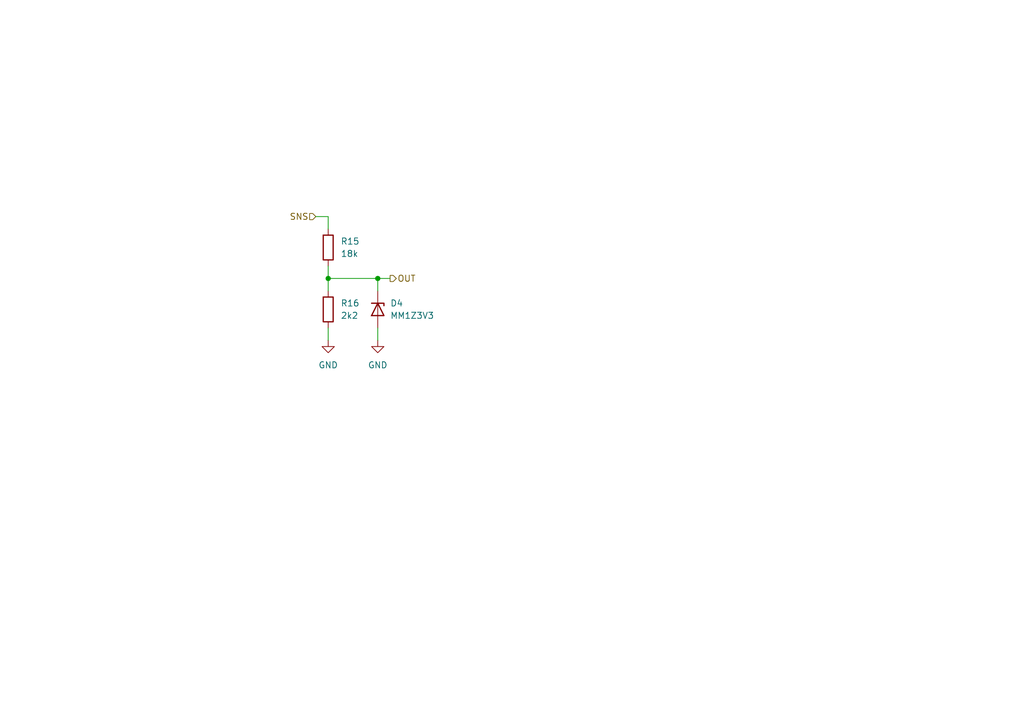
<source format=kicad_sch>
(kicad_sch (version 20231120) (generator "eeschema") (generator_version "8.0")
  (paper "A5")
  (lib_symbols
    (symbol "Device:D_Zener" (pin_numbers hide) (pin_names (offset 1.016) hide)
      (property "Reference" "D" (at 0 2.54 0))
      (property "Value" "D_Zener" (at 0 -2.54 0))
      (symbol "D_Zener_0_1"
        (polyline (pts (xy 1.27 0) (xy -1.27 0)))
        (polyline (pts (xy -1.27 -1.27) (xy -1.27 1.27) (xy -0.762 1.27)) (stroke (width 0.254)))
        (polyline (pts (xy 1.27 -1.27) (xy 1.27 1.27) (xy -1.27 0) (xy 1.27 -1.27)) (stroke (width 0.254)))
      )
      (symbol "D_Zener_1_1"
        (pin passive line (at -3.81 0 0) (length 2.54) (name "K") (number "1"))
        (pin passive line (at 3.81 0 180) (length 2.54) (name "A") (number "2"))
      )
    )
    (symbol "Device:R" (pin_numbers hide) (pin_names (offset 0))
      (property "Reference" "R" (at 2.032 0 90))
      (property "Value" "R" (at 0 0 90))
      (symbol "R_0_1"
        (rectangle (start -1.016 -2.54) (end 1.016 2.54) (stroke (width 0.254)))
      )
      (symbol "R_1_1"
        (pin passive line (at 0 3.81 270) (length 1.27) (name "~") (number "1"))
        (pin passive line (at 0 -3.81 90) (length 1.27) (name "~") (number "2"))
      )
    )
    (symbol "power:GND" (power) (pin_numbers hide) (pin_names (offset 0) hide)
      (property "Value" "GND" (at 0 -3.81 0))
      (symbol "GND_0_1"
        (polyline (pts (xy 0 0) (xy 0 -1.27) (xy 1.27 -1.27) (xy 0 -2.54) (xy -1.27 -1.27) (xy 0 -1.27)))
      )
      (symbol "GND_1_1"
        (pin power_in line (at 0 0 270) (length 0) (name "~") (number "1"))
      )
    )
  )
  (junction (at 77.47 57.15))
  (junction (at 67.31 57.15))
  (wire (pts (xy 77.47 57.15) (xy 77.47 59.69)))
  (wire (pts (xy 67.31 54.61) (xy 67.31 57.15)))
  (wire (pts (xy 67.31 44.45) (xy 64.77 44.45)))
  (wire (pts (xy 67.31 67.31) (xy 67.31 69.85)))
  (wire (pts (xy 67.31 46.99) (xy 67.31 44.45)))
  (wire (pts (xy 77.47 67.31) (xy 77.47 69.85)))
  (wire (pts (xy 77.47 57.15) (xy 80.01 57.15)))
  (wire (pts (xy 67.31 57.15) (xy 77.47 57.15)))
  (wire (pts (xy 67.31 57.15) (xy 67.31 59.69)))
  (hierarchical_label "SNS" (shape input) (at 64.77 44.45 180))
  (hierarchical_label "OUT" (shape output) (at 80.01 57.15 0))
  (symbol (lib_id "Device:R") (at 67.31 63.5 0) (unit 1)
    (property "Reference" "R16" (at 69.85 62.2299 0) (effects (justify left)))
    (property "Value" "2k2" (at 69.85 64.7699 0) (effects (justify left)))
    (property "Footprint" "Resistor_SMD:R_1206_3216Metric" (effects (hide yes)))
    (property "Description" "Resistor" (effects (hide yes)))
    (property "LCSC" "C17948" (effects (hide yes)))
  )
  (symbol (lib_id "power:GND") (at 77.47 69.85 0) (unit 1)
    (property "Reference" "#PWR054" (effects (hide yes)))
    (property "Value" "GND" (at 77.47 74.93 0))
    (property "Description" "Power symbol creates a global label with name \"GND\" , ground" (effects (hide yes)))
  )
  (symbol (lib_id "Device:D_Zener") (at 77.47 63.5 270) (unit 1)
    (property "Reference" "D4" (at 80.01 62.2299 90) (effects (justify left)))
    (property "Value" "MM1Z3V3" (at 80.01 64.7699 90) (effects (justify left)))
    (property "Footprint" "Diode_SMD:D_SOD-123" (effects (hide yes)))
    (property "Description" "Zener diode" (effects (hide yes)))
    (property "LCSC" "C81599" (effects (hide yes)))
  )
  (symbol (lib_id "Device:R") (at 67.31 50.8 0) (unit 1)
    (property "Reference" "R15" (at 69.85 49.5299 0) (effects (justify left)))
    (property "Value" "18k" (at 69.85 52.0699 0) (effects (justify left)))
    (property "Footprint" "Resistor_SMD:R_1206_3216Metric" (effects (hide yes)))
    (property "Description" "Resistor" (effects (hide yes)))
    (property "LCSC" "C137379" (effects (hide yes)))
  )
  (symbol (lib_id "power:GND") (at 67.31 69.85 0) (unit 1)
    (property "Reference" "#PWR053" (effects (hide yes)))
    (property "Value" "GND" (at 67.31 74.93 0))
    (property "Description" "Power symbol creates a global label with name \"GND\" , ground" (effects (hide yes)))
  )
)
</source>
